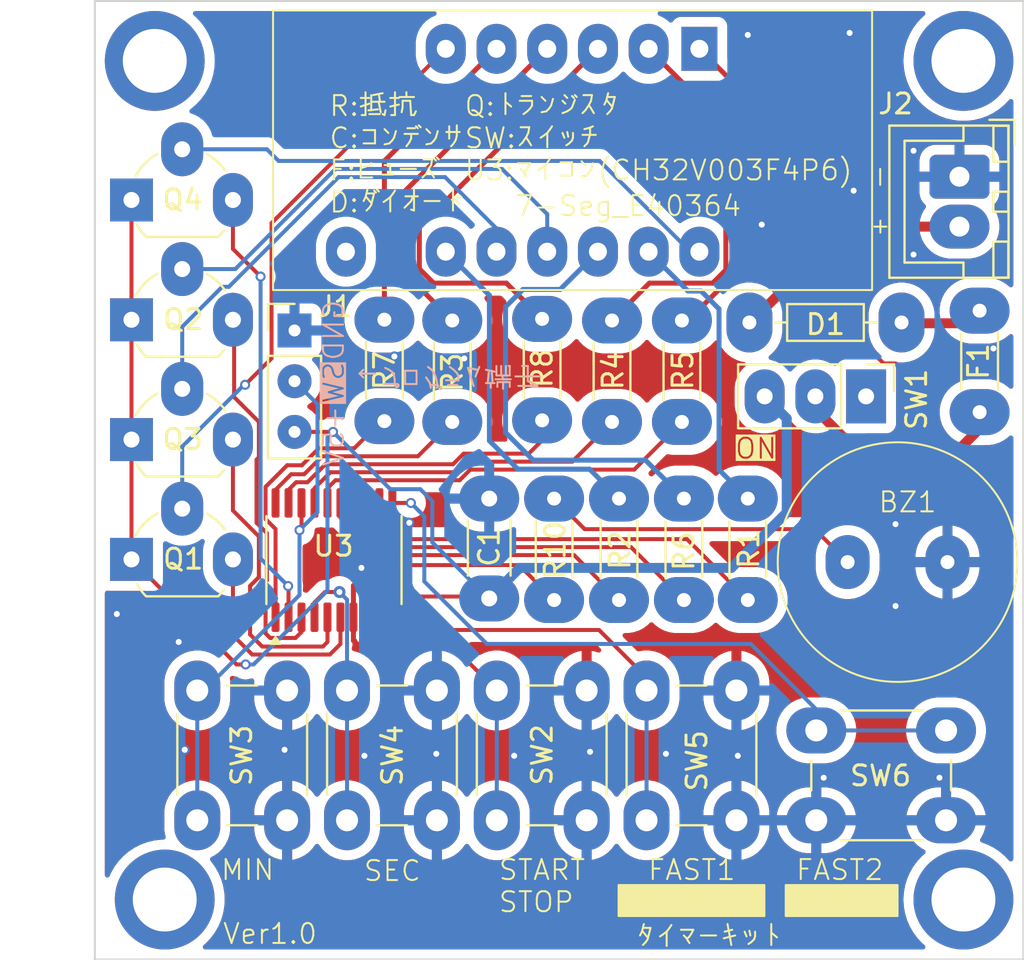
<source format=kicad_pcb>
(kicad_pcb (version 20240108) (generator "pcbnew") (generator_version "8.0")
  (layers (0 "F.Cu" signal) (31 "B.Cu" signal) (34 "B.Paste" user) (35 "F.Paste" user) (36 "B.SilkS" user "B.Silkscreen") (37 "F.SilkS" user "F.Silkscreen") (38 "B.Mask" user) (39 "F.Mask" user) (44 "Edge.Cuts" user))
  (net 0 "")
  (net 1 "GND")
  (net 2 "CA2")
  (net 3 "CA3")
  (net 4 "CA4")
  (net 5 "CA1")
  (net 6 "CA1_B")
  (net 7 "CA2_B")
  (net 8 "CA3_B")
  (net 9 "CA4_B")
  (net 10 "SEG_A")
  (net 11 "SEG_B")
  (net 12 "SEG_C")
  (net 13 "SEG_D")
  (net 14 "SEG_E")
  (net 15 "SEG_F")
  (net 16 "SEG_G")
  (net 17 "START{slash}STOP")
  (net 18 "MIN")
  (net 19 "SEC")
  (net 20 "FAST1")
  (net 21 "FAST2")
  (net 22 "+BATT")
  (net 23 "SEG_DOT")
  (net 26 "Net-(BZ1-+)")
  (net 27 "BUZZER")
  (net 28 "Net-(D1-K)")
  (net 29 "Net-(D1-A)")
  (net 30 "Net-(SW1-B)")
  (net 31 "Net-(U3-PD2{slash}A3)")
  (net 32 "Net-(U3-PC2{slash}SCL)")
  (net 33 "Net-(U3-PC3)")
  (net 34 "Net-(U3-PC7{slash}MISO)")
  (net 35 "Net-(U3-PC6{slash}MOSI)")
  (net 36 "Net-(U3-PC4{slash}A2)")
  (net 37 "Net-(U3-PD3{slash}A4)")
  (net 38 "Net-(U3-PD4{slash}A7{slash}UCK)")
  (footprint "yuki_lib:R_1_6W" (layer "F.Cu") (at 192.9 106 90)
    (property "Reference" "R8" (at 2.6 0 -90) (layer "F.SilkS"))
    (property "Value" "1k")
    (pad "1" thru_hole oval (at 0 0 90) (size 2.3 3) (drill 0.7) (layers "*.Cu" "*.Mask") (net 31 "Net-(U3-PD2{slash}A3)"))
    (pad "2" thru_hole oval (at 5.08 0 90) (size 2.3 3) (drill 0.7) (layers "*.Cu" "*.Mask") (net 23 "SEG_DOT"))
  )
  (footprint "yuki_lib:SW_PUSH_6mm" (layer "F.Cu") (at 198.13 126.03 90)
    (property "Reference" "SW5" (at 2.98 2.52 -90) (layer "F.SilkS"))
    (property "Value" "FAST1")
    (pad "1" thru_hole oval (at 0 0 180) (size 2.3 3) (drill 1.1) (layers "*.Cu" "*.Mask") (net 20 "FAST1"))
    (pad "1" thru_hole oval (at 6.5 0 180) (size 2.3 3) (drill 1.1) (layers "*.Cu" "*.Mask") (net 20 "FAST1"))
    (pad "2" thru_hole oval (at 0 4.5 180) (size 2.3 3) (drill 1.1) (layers "*.Cu" "*.Mask") (net 1 "GND"))
    (pad "2" thru_hole oval (at 6.5 4.5 180) (size 2.3 3) (drill 1.1) (layers "*.Cu" "*.Mask") (net 1 "GND"))
  )
  (footprint "yuki_lib:E40364-IFOW_DEKAI" (layer "F.Cu") (at 200.775 87.395 -90)
    (property "Reference" "U2" (hide yes))
    (property "Value" "E40364-IFOW" (hide yes))
    (fp_text user "7-Seg_E40364" (at 8.455 9.305 0) (layer "F.SilkS") (effects (font (thickness 0.1)) (justify left bottom)))
    (pad "1" thru_hole rect (at 0 0 90) (size 2.2 1.8) (drill 0.9) (layers "*.Cu" "*.Mask") (net 14 "SEG_E"))
    (pad "2" thru_hole oval (at 0 2.54 90) (size 2.5 2) (drill 0.9) (layers "*.Cu" "*.Mask") (net 13 "SEG_D"))
    (pad "3" thru_hole oval (at 0 5.08 90) (size 2.5 2) (drill 0.9) (layers "*.Cu" "*.Mask") (net 23 "SEG_DOT"))
    (pad "4" thru_hole oval (at 0 7.62 90) (size 2.5 2) (drill 0.9) (layers "*.Cu" "*.Mask") (net 12 "SEG_C"))
    (pad "5" thru_hole oval (at 0 10.16 90) (size 2.5 2) (drill 0.9) (layers "*.Cu" "*.Mask") (net 16 "SEG_G"))
    (pad "6" thru_hole oval (at 0 12.7 90) (size 2.5 2) (drill 0.9) (layers "*.Cu" "*.Mask") (net 4 "CA4"))
    (pad "7" thru_hole oval (at 10.16 12.7 90) (size 2.5 2) (drill 0.9) (layers "*.Cu" "*.Mask") (net 11 "SEG_B"))
    (pad "8" thru_hole oval (at 10.16 10.16 90) (size 2.5 2) (drill 0.9) (layers "*.Cu" "*.Mask") (net 3 "CA3"))
    (pad "9" thru_hole oval (at 10.16 7.62 90) (size 2.5 2) (drill 0.9) (layers "*.Cu" "*.Mask") (net 2 "CA2"))
    (pad "10" thru_hole oval (at 10.16 5.08 90) (size 2.5 2) (drill 0.9) (layers "*.Cu" "*.Mask") (net 15 "SEG_F"))
    (pad "11" thru_hole oval (at 10.16 2.54 90) (size 2.5 2) (drill 0.9) (layers "*.Cu" "*.Mask") (net 10 "SEG_A"))
    (pad "12" thru_hole oval (at 10.16 0 90) (size 2.5 2) (drill 0.9) (layers "*.Cu" "*.Mask") (net 5 "CA1"))
    (pad "13" thru_hole oval (at 10.16 17.7 90) (size 2.5 2) (drill 0.9) (layers "*.Cu" "*.Mask"))
  )
  (footprint "yuki_lib:R_1_6W" (layer "F.Cu") (at 188.4 106.08 90)
    (property "Reference" "R3" (at 2.48 0 -90) (layer "F.SilkS"))
    (property "Value" "1k")
    (pad "1" thru_hole oval (at 0 0 90) (size 2.3 3) (drill 0.7) (layers "*.Cu" "*.Mask") (net 37 "Net-(U3-PD3{slash}A4)"))
    (pad "2" thru_hole oval (at 5.08 0 90) (size 2.3 3) (drill 0.7) (layers "*.Cu" "*.Mask") (net 12 "SEG_C"))
  )
  (footprint "yuki_lib:R_1_4W" (layer "F.Cu") (at 210.9 101.1 180)
    (property "Reference" "D1" (at 3.81 -0.1 180) (layer "F.SilkS"))
    (property "Value" "1S4")
    (pad "1" thru_hole oval (at 0 0 180) (size 2.3 3) (drill 0.7) (layers "*.Cu" "*.Mask") (net 28 "Net-(D1-K)"))
    (pad "2" thru_hole oval (at 7.62 0 180) (size 2.3 3) (drill 0.7) (layers "*.Cu" "*.Mask") (net 29 "Net-(D1-A)"))
  )
  (footprint "yuki_lib:R_1_6W" (layer "F.Cu") (at 200 115 90)
    (property "Reference" "R6" (at 2.45 0 -90) (layer "F.SilkS"))
    (property "Value" "1k")
    (pad "1" thru_hole oval (at 0 0 90) (size 2.3 3) (drill 0.7) (layers "*.Cu" "*.Mask") (net 33 "Net-(U3-PC3)"))
    (pad "2" thru_hole oval (at 5.08 0 90) (size 2.3 3) (drill 0.7) (layers "*.Cu" "*.Mask") (net 15 "SEG_F"))
  )
  (footprint "yuki_lib:yuki_TO-92_Wide" (layer "F.Cu") (at 172.335 100.965)
    (property "Reference" "Q2" (at 2.59 -0.015 0) (layer "F.SilkS"))
    (property "Value" "DTA123E_Unisonic_TO92")
    (pad "1" thru_hole rect (at 0 0) (size 2.15 2.15) (drill 0.8) (layers "*.Cu" "*.Mask") (net 22 "+BATT"))
    (pad "2" thru_hole oval (at 2.54 -2.54) (size 2.1 2.7) (drill 0.8) (layers "*.Cu" "*.Mask") (net 2 "CA2"))
    (pad "3" thru_hole oval (at 5.08 0) (size 2 2.7) (drill 0.8) (layers "*.Cu" "*.Mask") (net 7 "CA2_B"))
  )
  (footprint "yuki_lib:PAD_3mm_5mm" (layer "F.Cu") (at 214 88)
    (property "Reference" "H2" (hide yes))
    (property "Value" "MountingHole" (hide yes))
    (pad "1" thru_hole circle (at 0 0) (size 5 5) (drill 3.2) (layers "*.Cu"))
  )
  (footprint "yuki_lib:yuki_TO-92_Wide" (layer "F.Cu") (at 172.335 112.965)
    (property "Reference" "Q1" (at 2.59 -0.015 0) (layer "F.SilkS"))
    (property "Value" "DTA123E_Unisonic_TO92")
    (pad "1" thru_hole rect (at 0 0) (size 2.15 2.15) (drill 0.8) (layers "*.Cu" "*.Mask") (net 22 "+BATT"))
    (pad "2" thru_hole oval (at 2.54 -2.54) (size 2.1 2.7) (drill 0.8) (layers "*.Cu" "*.Mask") (net 4 "CA4"))
    (pad "3" thru_hole oval (at 5.08 0) (size 2 2.7) (drill 0.8) (layers "*.Cu" "*.Mask") (net 9 "CA4_B"))
  )
  (footprint "yuki_lib:R_1_6W" (layer "F.Cu") (at 214.81 100.51 -90)
    (property "Reference" "F1" (at 2.54 0.06 90) (layer "F.SilkS"))
    (property "Value" "150mA")
    (pad "1" thru_hole oval (at 0 0 270) (size 2.3 3) (drill 0.7) (layers "*.Cu" "*.Mask") (net 28 "Net-(D1-K)"))
    (pad "2" thru_hole oval (at 5.08 0 270) (size 2.3 3) (drill 0.7) (layers "*.Cu" "*.Mask") (net 30 "Net-(SW1-B)"))
  )
  (footprint "yuki_lib:C_DISK_P5.0mm" (layer "F.Cu") (at 190.25 114.92 90)
    (property "Reference" "C1" (at 2.57 0 -90) (layer "F.SilkS"))
    (property "Value" "0.1u")
    (pad "1" thru_hole oval (at 0 0 90) (size 2.3 3) (drill 0.8) (layers "*.Cu" "*.Mask") (net 22 "+BATT"))
    (pad "2" thru_hole oval (at 5 0 90) (size 2.3 3) (drill 0.8) (layers "*.Cu" "*.Mask") (net 1 "GND"))
  )
  (footprint "yuki_lib:PAD_3mm_5mm" (layer "F.Cu") (at 173.5 88)
    (property "Reference" "H4" (hide yes))
    (property "Value" "MountingHole" (hide yes))
    (pad "1" thru_hole circle (at 0 0) (size 5 5) (drill 3.2) (layers "*.Cu"))
  )
  (footprint "yuki_lib:R_1_6W" (layer "F.Cu") (at 196.4 106.08 90)
    (property "Reference" "R4" (at 2.58 0.05 -90) (layer "F.SilkS"))
    (property "Value" "1k")
    (pad "1" thru_hole oval (at 0 0 90) (size 2.3 3) (drill 0.7) (layers "*.Cu" "*.Mask") (net 34 "Net-(U3-PC7{slash}MISO)"))
    (pad "2" thru_hole oval (at 5.08 0 90) (size 2.3 3) (drill 0.7) (layers "*.Cu" "*.Mask") (net 13 "SEG_D"))
  )
  (footprint "yuki_lib:PAD_3mm_5mm" (layer "F.Cu") (at 174 130)
    (property "Reference" "H1" (hide yes))
    (property "Value" "MountingHole" (hide yes))
    (pad "1" thru_hole circle (at 0 0) (size 5 5) (drill 3.2) (layers "*.Cu"))
  )
  (footprint "yuki_lib:JST_XH_B2B-XH-A_1x02_P2.50mm_Vertical" (layer "F.Cu") (at 213.8 93.8 -90)
    (property "Reference" "J2" (at -3.65 3.2 180) (layer "F.SilkS"))
    (property "Value" "Conn_01x02")
    (pad "1" thru_hole roundrect (at 0 0 270) (size 2.2 3) (drill 1) (layers "*.Cu" "*.Mask") (roundrect_rratio 0.147059) (net 1 "GND"))
    (pad "2" thru_hole oval (at 2.5 0 270) (size 2.2 3) (drill 1) (layers "*.Cu" "*.Mask") (net 29 "Net-(D1-A)"))
  )
  (footprint "yuki_lib:SW_PUSH_6mm" (layer "F.Cu") (at 190.63 126.03 90)
    (property "Reference" "SW2" (at 3.28 2.27 -90) (layer "F.SilkS"))
    (property "Value" "START/STOP")
    (pad "1" thru_hole oval (at 0 0 180) (size 2.3 3) (drill 1.1) (layers "*.Cu" "*.Mask") (net 17 "START{slash}STOP"))
    (pad "1" thru_hole oval (at 6.5 0 180) (size 2.3 3) (drill 1.1) (layers "*.Cu" "*.Mask") (net 17 "START{slash}STOP"))
    (pad "2" thru_hole oval (at 0 4.5 180) (size 2.3 3) (drill 1.1) (layers "*.Cu" "*.Mask") (net 1 "GND"))
    (pad "2" thru_hole oval (at 6.5 4.5 180) (size 2.3 3) (drill 1.1) (layers "*.Cu" "*.Mask") (net 1 "GND"))
  )
  (footprint "yuki_lib:R_1_6W" (layer "F.Cu") (at 185 106.04 90)
    (property "Reference" "R7" (at 2.54 0 -90) (layer "F.SilkS"))
    (property "Value" "1k")
    (pad "1" thru_hole oval (at 0 0 90) (size 2.3 3) (drill 0.7) (layers "*.Cu" "*.Mask") (net 38 "Net-(U3-PD4{slash}A7{slash}UCK)"))
    (pad "2" thru_hole oval (at 5.08 0 90) (size 2.3 3) (drill 0.7) (layers "*.Cu" "*.Mask") (net 16 "SEG_G"))
  )
  (footprint "Package_SO:TSSOP-20_4.4x6.5mm_P0.65mm" (layer "F.Cu") (at 182.475 113 90)
    (property "Reference" "U3" (at 0.7 -0.025 0) (layer "F.SilkS"))
    (property "Value" "CH32V003F4P6")
    (pad "1" smd roundrect (at -2.8625 -2.925 90) (size 1.475 0.4) (layers "F.Cu" "F.Paste" "F.Mask") (net 38 "Net-(U3-PD4{slash}A7{slash}UCK)"))
    (pad "2" smd roundrect (at -2.8625 -2.275 90) (size 1.475 0.4) (layers "F.Cu" "F.Paste" "F.Mask") (net 6 "CA1_B"))
    (pad "3" smd roundrect (at -2.8625 -1.625 90) (size 1.475 0.4) (layers "F.Cu" "F.Paste" "F.Mask") (net 7 "CA2_B"))
    (pad "4" smd roundrect (at -2.8625 -0.975 90) (size 1.475 0.4) (layers "F.Cu" "F.Paste" "F.Mask") (net 19 "SEC"))
    (pad "5" smd roundrect (at -2.8625 -0.325 90) (size 1.475 0.4) (layers "F.Cu" "F.Paste" "F.Mask") (net 8 "CA3_B"))
    (pad "6" smd roundrect (at -2.8625 0.325 90) (size 1.475 0.4) (layers "F.Cu" "F.Paste" "F.Mask") (net 9 "CA4_B"))
    (pad "7" smd roundrect (at -2.8625 0.975 90) (size 1.475 0.4) (layers "F.Cu" "F.Paste" "F.Mask") (net 1 "GND"))
    (pad "8" smd roundrect (at -2.8625 1.625 90) (size 1.475 0.4) (layers "F.Cu" "F.Paste" "F.Mask") (net 17 "START{slash}STOP"))
    (pad "9" smd roundrect (at -2.8625 2.275 90) (size 1.475 0.4) (layers "F.Cu" "F.Paste" "F.Mask") (net 22 "+BATT"))
    (pad "10" smd roundrect (at -2.8625 2.925 90) (size 1.475 0.4) (layers "F.Cu" "F.Paste" "F.Mask") (net 20 "FAST1"))
    (pad "11" smd roundrect (at 2.8625 2.925 90) (size 1.475 0.4) (layers "F.Cu" "F.Paste" "F.Mask") (net 21 "FAST2"))
    (pad "12" smd roundrect (at 2.8625 2.275 90) (size 1.475 0.4) (layers "F.Cu" "F.Paste" "F.Mask") (net 32 "Net-(U3-PC2{slash}SCL)"))
    (pad "13" smd roundrect (at 2.8625 1.625 90) (size 1.475 0.4) (layers "F.Cu" "F.Paste" "F.Mask") (net 33 "Net-(U3-PC3)"))
    (pad "14" smd roundrect (at 2.8625 0.975 90) (size 1.475 0.4) (layers "F.Cu" "F.Paste" "F.Mask") (net 36 "Net-(U3-PC4{slash}A2)"))
    (pad "15" smd roundrect (at 2.8625 0.325 90) (size 1.475 0.4) (layers "F.Cu" "F.Paste" "F.Mask") (net 27 "BUZZER"))
    (pad "16" smd roundrect (at 2.8625 -0.325 90) (size 1.475 0.4) (layers "F.Cu" "F.Paste" "F.Mask") (net 35 "Net-(U3-PC6{slash}MOSI)"))
    (pad "17" smd roundrect (at 2.8625 -0.975 90) (size 1.475 0.4) (layers "F.Cu" "F.Paste" "F.Mask") (net 34 "Net-(U3-PC7{slash}MISO)"))
    (pad "18" smd roundrect (at 2.8625 -1.625 90) (size 1.475 0.4) (layers "F.Cu" "F.Paste" "F.Mask") (net 18 "MIN"))
    (pad "19" smd roundrect (at 2.8625 -2.275 90) (size 1.475 0.4) (layers "F.Cu" "F.Paste" "F.Mask") (net 31 "Net-(U3-PD2{slash}A3)"))
    (pad "20" smd roundrect (at 2.8625 -2.925 90) (size 1.475 0.4) (layers "F.Cu" "F.Paste" "F.Mask") (net 37 "Net-(U3-PD3{slash}A4)"))
  )
  (footprint "yuki_lib:R_1_6W" (layer "F.Cu") (at 199.9 106.08 90)
    (property "Reference" "R5" (at 2.58 0.05 -90) (layer "F.SilkS"))
    (property "Value" "1k")
    (pad "1" thru_hole oval (at 0 0 90) (size 2.3 3) (drill 0.7) (layers "*.Cu" "*.Mask") (net 35 "Net-(U3-PC6{slash}MOSI)"))
    (pad "2" thru_hole oval (at 5.08 0 90) (size 2.3 3) (drill 0.7) (layers "*.Cu" "*.Mask") (net 14 "SEG_E"))
  )
  (footprint "yuki_lib:AKI_CERAMIC_BUZZER_PKM13EPYH4000-A0" (layer "F.Cu") (at 210.7 113.1)
    (property "Reference" "BZ1" (at 0.5 -3 0) (layer "F.SilkS") (effects (font (thickness 0.1))))
    (property "Value" "Buzzer")
    (pad "1" thru_hole oval (at -2.5 0) (size 2.2 2.7) (drill 0.7) (layers "*.Cu" "*.Mask") (net 26 "Net-(BZ1-+)"))
    (pad "2" thru_hole oval (at 2.5 0) (size 2.2 2.7) (drill 0.7) (layers "*.Cu" "*.Mask") (net 1 "GND"))
  )
  (footprint "yuki_lib:yuki_TO-92_Wide" (layer "F.Cu") (at 172.335 106.965)
    (property "Reference" "Q3" (at 2.565 -0.015 0) (layer "F.SilkS"))
    (property "Value" "DTA123E_Unisonic_TO92")
    (pad "1" thru_hole rect (at 0 0) (size 2.15 2.15) (drill 0.8) (layers "*.Cu" "*.Mask") (net 22 "+BATT"))
    (pad "2" thru_hole oval (at 2.54 -2.54) (size 2.1 2.7) (drill 0.8) (layers "*.Cu" "*.Mask") (net 3 "CA3"))
    (pad "3" thru_hole oval (at 5.08 0) (size 2 2.7) (drill 0.8) (layers "*.Cu" "*.Mask") (net 8 "CA3_B"))
  )
  (footprint "yuki_lib:PinHeader_1x03_Program" (layer "F.Cu") (at 180.5 101.5)
    (property "Reference" "J1" (at 2.05 -1.2 0) (layer "F.SilkS"))
    (property "Value" "Conn_01x03")
    (pad "1" thru_hole rect (at 0 0) (size 1.7 1.7) (drill 0.6) (layers "*.Cu" "*.Mask") (net 1 "GND"))
    (pad "2" thru_hole oval (at 0 2.54) (size 1.7 1.7) (drill 0.6) (layers "*.Cu" "*.Mask") (net 18 "MIN"))
    (pad "3" thru_hole oval (at 0 5.08) (size 1.7 1.7) (drill 0.6) (layers "*.Cu" "*.Mask") (net 22 "+BATT"))
  )
  (footprint "yuki_lib:SW_PUSH_6mm" (layer "F.Cu") (at 206.63 121.53)
    (property "Reference" "SW6" (at 3.22 2.27 0) (layer "F.SilkS"))
    (property "Value" "FAST2")
    (pad "1" thru_hole oval (at 0 0 90) (size 2.3 3) (drill 1.1) (layers "*.Cu" "*.Mask") (net 21 "FAST2"))
    (pad "1" thru_hole oval (at 6.5 0 90) (size 2.3 3) (drill 1.1) (layers "*.Cu" "*.Mask") (net 21 "FAST2"))
    (pad "2" thru_hole oval (at 0 4.5 90) (size 2.3 3) (drill 1.1) (layers "*.Cu" "*.Mask") (net 1 "GND"))
    (pad "2" thru_hole oval (at 6.5 4.5 90) (size 2.3 3) (drill 1.1) (layers "*.Cu" "*.Mask") (net 1 "GND"))
  )
  (footprint "yuki_lib:R_1_6W" (layer "F.Cu") (at 203.2 115 90)
    (property "Reference" "R1" (at 2.55 0.05 -90) (layer "F.SilkS"))
    (property "Value" "1k")
    (pad "1" thru_hole oval (at 0 0 90) (size 2.3 3) (drill 0.7) (layers "*.Cu" "*.Mask") (net 32 "Net-(U3-PC2{slash}SCL)"))
    (pad "2" thru_hole oval (at 5.08 0 90) (size 2.3 3) (drill 0.7) (layers "*.Cu" "*.Mask") (net 10 "SEG_A"))
  )
  (footprint "yuki_lib:R_1_6W" (layer "F.Cu") (at 196.75 115 90)
    (property "Reference" "R2" (at 2.5 0.05 -90) (layer "F.SilkS"))
    (property "Value" "1k")
    (pad "1" thru_hole oval (at 0 0 90) (size 2.3 3) (drill 0.7) (layers "*.Cu" "*.Mask") (net 36 "Net-(U3-PC4{slash}A2)"))
    (pad "2" thru_hole oval (at 5.08 0 90) (size 2.3 3) (drill 0.7) (layers "*.Cu" "*.Mask") (net 11 "SEG_B"))
  )
  (footprint "yuki_lib:R_1_6W" (layer "F.Cu") (at 193.5 115 90)
    (property "Reference" "R10" (at 2.5 0.05 -90) (layer "F.SilkS"))
    (property "Value" "1k")
    (pad "1" thru_hole oval (at 0 0 90) (size 2.3 3) (drill 0.7) (layers "*.Cu" "*.Mask") (net 27 "BUZZER"))
    (pad "2" thru_hole oval (at 5.08 0 90) (size 2.3 3) (drill 0.7) (layers "*.Cu" "*.Mask") (net 26 "Net-(BZ1-+)"))
  )
  (footprint "yuki_lib:PAD_3mm_5mm" (layer "F.Cu") (at 214 130)
    (property "Reference" "H3" (hide yes))
    (property "Value" "MountingHole" (hide yes))
    (pad "1" thru_hole circle (at 0 0) (size 5 5) (drill 3.2) (layers "*.Cu"))
  )
  (footprint "yuki_lib:SW_PUSH_6mm" (layer "F.Cu") (at 175.63 126.03 90)
    (property "Reference" "SW3" (at 3.25 2.22 -90) (layer "F.SilkS"))
    (property "Value" "MIN")
    (pad "1" thru_hole oval (at 0 0 180) (size 2.3 3) (drill 1.1) (layers "*.Cu" "*.Mask") (net 18 "MIN"))
    (pad "1" thru_hole oval (at 6.5 0 180) (size 2.3 3) (drill 1.1) (layers "*.Cu" "*.Mask") (net 18 "MIN"))
    (pad "2" thru_hole oval (at 0 4.5 180) (size 2.3 3) (drill 1.1) (layers "*.Cu" "*.Mask") (net 1 "GND"))
    (pad "2" thru_hole oval (at 6.5 4.5 180) (size 2.3 3) (drill 1.1) (layers "*.Cu" "*.Mask") (net 1 "GND"))
  )
  (footprint "yuki_lib:Yuki_Slide_Switch_P2.54" (layer "F.Cu") (at 209.125 104.8 -90)
    (property "Reference" "SW1" (at 0.15 -2.525 -90) (layer "F.SilkS"))
    (property "Value" "SW_SPDT")
    (pad "1" thru_hole rect (at 0 0 270) (size 2.7 2) (drill 0.8) (layers "*.Cu" "B.Mask"))
    (pad "2" thru_hole oval (at 0 2.54 270) (size 2.7 2) (drill 0.8) (layers "*.Cu" "B.Mask") (net 30 "Net-(SW1-B)"))
    (pad "3" thru_hole oval (at 0 5.08 270) (size 2.7 2) (drill 0.8) (layers "*.Cu" "B.Mask") (net 22 "+BATT"))
  )
  (footprint "yuki_lib:yuki_TO-92_Wide" (layer "F.Cu") (at 172.335 94.965)
    (property "Reference" "Q4" (at 2.565 -0.015 0) (layer "F.SilkS"))
    (property "Value" "DTA123E_Unisonic_TO92")
    (pad "1" thru_hole rect (at 0 0) (size 2.15 2.15) (drill 0.8) (layers "*.Cu" "*.Mask") (net 22 "+BATT"))
    (pad "2" thru_hole oval (at 2.54 -2.54) (size 2.1 2.7) (drill 0.8) (layers "*.Cu" "*.Mask") (net 5 "CA1"))
    (pad "3" thru_hole oval (at 5.08 0) (size 2 2.7) (drill 0.8) (layers "*.Cu" "*.Mask") (net 6 "CA1_B"))
  )
  (footprint "yuki_lib:SW_PUSH_6mm" (layer "F.Cu") (at 183.13 126.03 90)
    (property "Reference" "SW4" (at 3.25 2.27 -90) (layer "F.SilkS"))
    (property "Value" "SEC")
    (pad "1" thru_hole oval (at 0 0 180) (size 2.3 3) (drill 1.1) (layers "*.Cu" "*.Mask") (net 19 "SEC"))
    (pad "1" thru_hole oval (at 6.5 0 180) (size 2.3 3) (drill 1.1) (layers "*.Cu" "*.Mask") (net 19 "SEC"))
    (pad "2" thru_hole oval (at 0 4.5 180) (size 2.3 3) (drill 1.1) (layers "*.Cu" "*.Mask") (net 1 "GND"))
    (pad "2" thru_hole oval (at 6.5 4.5 180) (size 2.3 3) (drill 1.1) (layers "*.Cu" "*.Mask") (net 1 "GND"))
  )
  (gr_line (start 209.84 96.3) (end 210.14 96.3) (stroke (width 0.1)) (layer "F.SilkS"))
  (gr_line (start 209.84 96.3) (end 209.84 96.6) (stroke (width 0.1)) (layer "F.SilkS"))
  (gr_line (start 209.84 96) (end 209.84 96.3) (stroke (width 0.1)) (layer "F.SilkS"))
  (gr_line (start 209.83 93.41) (end 209.83 94.21) (stroke (width 0.1)) (layer "F.SilkS"))
  (gr_line (start 209.84 96.3) (end 209.54 96.3) (stroke (width 0.1)) (layer "F.SilkS"))
  (gr_rect (start 196.73 129.275) (end 204.03 130.825) (stroke (width 0.1)) (fill solid) (layer "F.SilkS"))
  (gr_rect (start 205.1 129.275) (end 210.7 130.825) (stroke (width 0.1)) (fill solid) (layer "F.SilkS"))
  (gr_rect (start 170.5 85) (end 217 133) (stroke (width 0.1)) (fill none) (layer "Edge.Cuts"))
  (gr_text "+5V\n" (at 183.05 105.2 90) (layer "B.SilkS") (effects (font (size 1 1) (thickness 0.1)) (justify left bottom mirror)))
  (gr_text "←プログラム端子" (at 183.45 103.15 180) (layer "B.SilkS") (effects (font (size 1 1) (thickness 0.1)) (justify left bottom mirror)))
  (gr_text "SW\n" (at 183.05 103 90) (layer "B.SilkS" knockout) (effects (font (size 1 1) (thickness 0.1)) (justify left bottom mirror)))
  (gr_text "GND\n" (at 183.05 99.9 90) (layer "B.SilkS") (effects (font (size 1 1) (thickness 0.1)) (justify left bottom mirror)))
  (gr_text "ON\n" (at 202.5 108 0) (layer "F.SilkS" knockout) (effects (font (size 1 1) (thickness 0.1)) (justify left bottom)))
  (gr_text "R:抵抗\nC:コンデンサ\nF:ヒューズ\nD:ダイオード" (at 182.18 95.67 0) (layer "F.SilkS") (effects (font (size 1 1) (thickness 0.1)) (justify left bottom)))
  (gr_text "MIN\n" (at 176.75 129.1 0) (layer "F.SilkS") (effects (font (size 1 1) (thickness 0.1)) (justify left bottom)))
  (gr_text "FAST2" (at 205.55 129.1 0) (layer "F.SilkS") (effects (font (size 1 1) (thickness 0.1)) (justify left bottom)))
  (gr_text "SEC\n" (at 183.901429 129.15 0) (layer "F.SilkS") (effects (font (size 1 1) (thickness 0.1)) (justify left bottom)))
  (gr_text "タイマーキット" (at 197.5 132.45 0) (layer "F.SilkS") (effects (font (size 1 1) (thickness 0.1)) (justify left bottom)))
  (gr_text "START\nSTOP\n" (at 190.663333 130.709944 0) (layer "F.SilkS") (effects (font (size 1 1) (thickness 0.1)) (justify left bottom)))
  (gr_text "\nVer1.0" (at 176.85 132.3 0) (layer "F.SilkS") (effects (font (size 1 1) (thickness 0.1)) (justify left bottom)))
  (gr_text "Q:トランジスタ\nSW:スイッチ\nU3:マイコン(CH32V003F4P6)" (at 188.95 94.060056 0) (layer "F.SilkS") (effects (font (size 1 1) (thickness 0.1)) (justify left bottom)))
  (gr_text "FAST1\n" (at 198.139524 129.1 0) (layer "F.SilkS") (effects (font (size 1 1) (thickness 0.1)) (justify left bottom)))
  (segment (start 209.2 102.35) (end 210 103.15) (width 0.2) (layer "F.Cu") (net 1))
  (segment (start 183.45 115.8625) (end 183.45 117.03) (width 0.25) (layer "F.Cu") (net 1))
  (segment (start 183.45 117.03) (end 184.15 117.73) (width 0.25) (layer "F.Cu") (net 1))
  (segment (start 210.6 103.15) (end 211.15 103.7) (width 0.2) (layer "F.Cu") (net 1))
  (segment (start 210 103.15) (end 210.6 103.15) (width 0.2) (layer "F.Cu") (net 1))
  (segment (start 183.45 115.8625) (end 183.45 114.28) (width 0.25) (layer "F.Cu") (net 1))
  (segment (start 183.45 114.28) (end 183.5 114.23) (width 0.25) (layer "F.Cu") (net 1))
  (via (at 180 122.5) (size 0.5) (drill 0.3) (layers "F.Cu" "B.Cu") (net 1))
  (via (at 187.6 122.7) (size 0.5) (drill 0.3) (layers "F.Cu" "B.Cu") (net 1))
  (via (at 203.9 96.2) (size 0.5) (drill 0.3) (layers "F.Cu" "B.Cu") (net 1))
  (via (at 208.5 94.5) (size 0.5) (drill 0.3) (layers "F.Cu" "B.Cu") (net 1))
  (via (at 202.7 122.8) (size 0.5) (drill 0.3) (layers "F.Cu" "B.Cu") (net 1))
  (via (at 175 122.5) (size 0.5) (drill 0.3) (layers "F.Cu" "B.Cu") (net 1))
  (via (at 215.5 102.4) (size 0.5) (drill 0.3) (layers "F.Cu" "B.Cu") (net 1))
  (via (at 212.8 123.9) (size 0.5) (drill 0.3) (layers "F.Cu" "B.Cu") (net 1))
  (via (at 210.6 115.3) (size 0.5) (drill 0.3) (layers "F.Cu" "B.Cu") (net 1))
  (via (at 207 123.9) (size 0.5) (drill 0.3) (layers "F.Cu" "B.Cu") (net 1))
  (via (at 191.5 122.8) (size 0.5) (drill 0.3) (layers "F.Cu" "B.Cu") (net 1))
  (via (at 199.1 122.7) (size 0.5) (drill 0.3) (layers "F.Cu" "B.Cu") (net 1))
  (via (at 210.6 111.2) (size 0.5) (drill 0.3) (layers "F.Cu" "B.Cu") (net 1))
  (via (at 184 122.8) (size 0.5) (drill 0.3) (layers "F.Cu" "B.Cu") (net 1))
  (via (at 183.85 113.39) (size 0.5) (drill 0.3) (layers "F.Cu" "B.Cu") (net 1))
  (via (at 203.2 86.7) (size 0.5) (drill 0.3) (layers "F.Cu" "B.Cu") (net 1))
  (via (at 171.6 115.7) (size 0.5) (drill 0.3) (layers "F.Cu" "B.Cu") (net 1))
  (via (at 174.7 117.1) (size 0.5) (drill 0.3) (layers "F.Cu" "B.Cu") (net 1))
  (via (at 195.3 122.6) (size 0.5) (drill 0.3) (layers "F.Cu" "B.Cu") (net 1))
  (via (at 208.3 86.6) (size 0.5) (drill 0.3) (layers "F.Cu" "B.Cu") (net 1))
  (via (at 211.5 97.7) (size 0.5) (drill 0.3) (layers "F.Cu" "B.Cu") (net 1))
  (via (at 186.25 111.13) (size 0.5) (drill 0.3) (layers "F.Cu" "B.Cu") (net 1))
  (via (at 185.5 102.8) (size 0.5) (drill 0.3) (layers "F.Cu" "B.Cu") (net 1))
  (via (at 211.5 92.5) (size 0.5) (drill 0.3) (layers "F.Cu" "B.Cu") (net 1))
  (via (at 189 102.9) (size 0.5) (drill 0.3) (layers "F.Cu" "B.Cu") (net 1))
  (segment (start 193.155 97.555) (end 193.155 95.675) (width 0.2) (layer "B.Cu") (net 2))
  (segment (start 193.155 95.675) (end 190.89 93.41) (width 0.2) (layer "B.Cu") (net 2))
  (segment (start 190.89 93.41) (end 182.55 93.41) (width 0.2) (layer "B.Cu") (net 2))
  (segment (start 174.875 98.425) (end 177.535 98.425) (width 0.2) (layer "B.Cu") (net 2))
  (segment (start 177.535 98.425) (end 182.55 93.41) (width 0.2) (layer "B.Cu") (net 2))
  (segment (start 176.876522 99.315) (end 174.875 101.316522) (width 0.2) (layer "B.Cu") (net 3))
  (segment (start 188.04 93.82) (end 182.705686 93.82) (width 0.2) (layer "B.Cu") (net 3))
  (segment (start 174.875 101.316522) (end 174.875 104.425) (width 0.2) (layer "B.Cu") (net 3))
  (segment (start 182.705686 93.82) (end 177.210686 99.315) (width 0.2) (layer "B.Cu") (net 3))
  (segment (start 177.210686 99.315) (end 176.876522 99.315) (width 0.2) (layer "B.Cu") (net 3))
  (segment (start 190.615 97.555) (end 190.615 96.395) (width 0.2) (layer "B.Cu") (net 3))
  (segment (start 190.615 96.395) (end 188.04 93.82) (width 0.2) (layer "B.Cu") (net 3))
  (segment (start 179.35 96.12) (end 188.075 87.395) (width 0.2) (layer "F.Cu") (net 4))
  (segment (start 179.35 102.895761) (end 179.35 96.12) (width 0.2) (layer "F.Cu") (net 4))
  (segment (start 178.025 104.220761) (end 179.35 102.895761) (width 0.2) (layer "F.Cu") (net 4))
  (via (at 178.025 104.220761) (size 0.5) (drill 0.3) (layers "F.Cu" "B.Cu") (net 4))
  (segment (start 174.875 107.316522) (end 174.875 110.425) (width 0.2) (layer "B.Cu") (net 4))
  (segment (start 177.970761 104.220761) (end 174.875 107.316522) (width 0.2) (layer "B.Cu") (net 4))
  (segment (start 178.025 104.220761) (end 177.970761 104.220761) (width 0.2) (layer "B.Cu") (net 4))
  (segment (start 200.323478 97.555) (end 200.775 97.555) (width 0.2) (layer "B.Cu") (net 5))
  (segment (start 179.7 93.01) (end 195.778478 93.01) (width 0.2) (layer "B.Cu") (net 5))
  (segment (start 195.778478 93.01) (end 200.323478 97.555) (width 0.2) (layer "B.Cu") (net 5))
  (segment (start 179.7 93.01) (end 179.115 92.425) (width 0.2) (layer "B.Cu") (net 5))
  (segment (start 179.115 92.425) (end 174.875 92.425) (width 0.2) (layer "B.Cu") (net 5))
  (segment (start 180.2 114.32) (end 180.18 114.3) (width 0.2) (layer "F.Cu") (net 6))
  (segment (start 178.8 98.8) (end 177.415 97.415) (width 0.2) (layer "F.Cu") (net 6))
  (segment (start 180.2 115.8625) (end 180.2 114.32) (width 0.2) (layer "F.Cu") (net 6))
  (segment (start 180.2 115.8625) (end 180.2 116.35) (width 0.2) (layer "F.Cu") (net 6))
  (segment (start 177.415 97.415) (end 177.415 94.965) (width 0.2) (layer "F.Cu") (net 6))
  (via (at 178.8 98.8) (size 0.5) (drill 0.3) (layers "F.Cu" "B.Cu") (net 6))
  (via (at 180.18 114.3) (size 0.5) (drill 0.3) (layers "F.Cu" "B.Cu") (net 6))
  (segment (start 180.18 114.3) (end 180.14 114.34) (width 0.2) (layer "B.Cu") (net 6))
  (segment (start 180.18 114.3) (end 178.8 112.92) (width 0.2) (layer "B.Cu") (net 6))
  (segment (start 178.8 112.92) (end 178.8 98.8) (width 0.2) (layer "B.Cu") (net 6))
  (segment (start 178.596739 111.131053) (end 178.596739 107.971739) (width 0.2) (layer "F.Cu") (net 7))
  (segment (start 180.85 116.599999) (end 180.549999 116.9) (width 0.2) (layer "F.Cu") (net 7))
  (segment (start 179.05 116.668456) (end 179.05 114.084164) (width 0.2) (layer "F.Cu") (net 7))
  (segment (start 177.475 101.025) (end 177.415 100.965) (width 0.2) (layer "F.Cu") (net 7))
  (segment (start 180.549999 116.9) (end 179.281544 116.9) (width 0.2) (layer "F.Cu") (net 7))
  (segment (start 178.715 106.076522) (end 177.475 104.836522) (width 0.2) (layer "F.Cu") (net 7))
  (segment (start 178.596739 107.971739) (end 178.715 107.853478) (width 0.2) (layer "F.Cu") (net 7))
  (segment (start 177.475 104.836522) (end 177.475 101.025) (width 0.2) (layer "F.Cu") (net 7))
  (segment (start 180.85 115.8625) (end 180.85 116.599999) (width 0.2) (layer "F.Cu") (net 7))
  (segment (start 179.05 114.084164) (end 179.115 114.019163) (width 0.2) (layer "F.Cu") (net 7))
  (segment (start 179.115 114.019163) (end 179.115 111.649314) (width 0.2) (layer "F.Cu") (net 7))
  (segment (start 178.715 107.853478) (end 178.715 106.076522) (width 0.2) (layer "F.Cu") (net 7))
  (segment (start 179.115 111.649314) (end 178.596739 111.131053) (width 0.2) (layer "F.Cu") (net 7))
  (segment (start 179.281544 116.9) (end 179.05 116.668456) (width 0.2) (layer "F.Cu") (net 7))
  (segment (start 181.92 117.33) (end 182.15 117.1) (width 0.2) (layer "F.Cu") (net 8))
  (segment (start 177.415 110.515) (end 178.715 111.815) (width 0.2) (layer "F.Cu") (net 8))
  (segment (start 178.275 114.293478) (end 178.275 116.725) (width 0.2) (layer "F.Cu") (net 8))
  (segment (start 178.88 117.33) (end 181.92 117.33) (width 0.2) (layer "F.Cu") (net 8))
  (segment (start 178.275 116.725) (end 178.88 117.33) (width 0.2) (layer "F.Cu") (net 8))
  (segment (start 178.715 113.853478) (end 178.275 114.293478) (width 0.2) (layer "F.Cu") (net 8))
  (segment (start 178.715 111.815) (end 178.715 113.853478) (width 0.2) (layer "F.Cu") (net 8))
  (segment (start 177.415 106.965) (end 177.415 110.515) (width 0.2) (layer "F.Cu") (net 8))
  (segment (start 182.15 117.1) (end 182.15 115.8625) (width 0.2) (layer "F.Cu") (net 8))
  (segment (start 182.8 117.2) (end 182.8 115.8625) (width 0.2) (layer "F.Cu") (net 9))
  (segment (start 178.38 117.73) (end 182.27 117.73) (width 0.2) (layer "F.Cu") (net 9))
  (segment (start 177.415 116.765) (end 178.38 117.73) (width 0.2) (layer "F.Cu") (net 9))
  (segment (start 177.415 112.965) (end 177.415 116.765) (width 0.2) (layer "F.Cu") (net 9))
  (segment (start 182.27 117.73) (end 182.8 117.2) (width 0.2) (layer "F.Cu") (net 9))
  (segment (start 201.76 108.48) (end 203.2 109.92) (width 0.25) (layer "B.Cu") (net 10))
  (segment (start 200.860965 99.525) (end 201.76 100.424035) (width 0.25) (layer "B.Cu") (net 10))
  (segment (start 201.76 100.424035) (end 201.76 108.48) (width 0.25) (layer "B.Cu") (net 10))
  (segment (start 200.205 99.525) (end 200.860965 99.525) (width 0.25) (layer "B.Cu") (net 10))
  (segment (start 198.235 97.555) (end 200.205 99.525) (width 0.25) (layer "B.Cu") (net 10))
  (segment (start 190.26 99.74) (end 190.26 107.02) (width 0.25) (layer "B.Cu") (net 11))
  (segment (start 195.275 108.445) (end 196.75 109.92) (width 0.25) (layer "B.Cu") (net 11))
  (segment (start 191.685 108.445) (end 195.275 108.445) (width 0.25) (layer "B.Cu") (net 11))
  (segment (start 188.075 97.555) (end 190.26 99.74) (width 0.25) (layer "B.Cu") (net 11))
  (segment (start 190.26 107.02) (end 191.685 108.445) (width 0.25) (layer "B.Cu") (net 11))
  (segment (start 185.53 95.02) (end 193.155 87.395) (width 0.25) (layer "F.Cu") (net 12))
  (segment (start 188.4 101) (end 185.53 98.13) (width 0.25) (layer "F.Cu") (net 12))
  (segment (start 185.53 98.13) (end 185.53 95.02) (width 0.25) (layer "F.Cu") (net 12))
  (segment (start 196.4 101) (end 198.27 99.13) (width 0.25) (layer "F.Cu") (net 13))
  (segment (start 201.44 99.13) (end 202.1 98.47) (width 0.25) (layer "F.Cu") (net 13))
  (segment (start 202.1 91.26) (end 198.235 87.395) (width 0.25) (layer "F.Cu") (net 13))
  (segment (start 202.1 98.47) (end 202.1 91.26) (width 0.25) (layer "F.Cu") (net 13))
  (segment (start 198.27 99.13) (end 201.44 99.13) (width 0.25) (layer "F.Cu") (net 13))
  (segment (start 199.9 101) (end 200.206396 101) (width 0.25) (layer "F.Cu") (net 14))
  (segment (start 200.206396 101) (end 202.55 98.656396) (width 0.25) (layer "F.Cu") (net 14))
  (segment (start 202.55 89.17) (end 200.775 87.395) (width 0.25) (layer "F.Cu") (net 14))
  (segment (start 202.55 98.656396) (end 202.55 89.17) (width 0.25) (layer "F.Cu") (net 14))
  (segment (start 193.805 99.445) (end 191.939035 99.445) (width 0.25) (layer "B.Cu") (net 15))
  (segment (start 198.075 107.995) (end 200 109.92) (width 0.25) (layer "B.Cu") (net 15))
  (segment (start 195.695 97.555) (end 193.805 99.445) (width 0.25) (layer "B.Cu") (net 15))
  (segment (start 191.068198 106.613198) (end 192.45 107.995) (width 0.25) (layer "B.Cu") (net 15))
  (segment (start 192.45 107.995) (end 198.075 107.995) (width 0.25) (layer "B.Cu") (net 15))
  (segment (start 191.939035 99.445) (end 191.068198 100.315837) (width 0.25) (layer "B.Cu") (net 15))
  (segment (start 191.068198 100.315837) (end 191.068198 106.613198) (width 0.25) (layer "B.Cu") (net 15))
  (segment (start 185 93.01) (end 190.615 87.395) (width 0.25) (layer "F.Cu") (net 16))
  (segment (start 185 100.96) (end 185 93.01) (width 0.25) (layer "F.Cu") (net 16))
  (segment (start 184.1 115.8625) (end 184.1 116.599999) (width 0.2) (layer "F.Cu") (net 17))
  (segment (start 184.1 116.599999) (end 184.500001 117) (width 0.2) (layer "F.Cu") (net 17))
  (segment (start 184.500001 117) (end 188.1 117) (width 0.2) (layer "F.Cu") (net 17))
  (segment (start 188.1 117) (end 190.63 119.53) (width 0.2) (layer "F.Cu") (net 17))
  (segment (start 190.63 119.53) (end 190.63 126.03) (width 0.2) (layer "B.Cu") (net 17))
  (segment (start 180.85 111.4) (end 180.75 111.5) (width 0.2) (layer "F.Cu") (net 18))
  (segment (start 180.85 110.1375) (end 180.85 111.4) (width 0.2) (layer "F.Cu") (net 18))
  (via (at 180.75 111.5) (size 0.5) (drill 0.3) (layers "F.Cu" "B.Cu") (net 18))
  (segment (start 181.65 105.19) (end 180.5 104.04) (width 0.2) (layer "B.Cu") (net 18))
  (segment (start 175.63 119.53) (end 175.63 126.03) (width 0.2) (layer "B.Cu") (net 18))
  (segment (start 180.75 114.75) (end 175.97 119.53) (width 0.2) (layer "B.Cu") (net 18))
  (segment (start 180.75 111.5) (end 180.75 114.75) (width 0.2) (layer "B.Cu") (net 18))
  (segment (start 180.75 111.5) (end 181.65 110.6) (width 0.2) (layer "B.Cu") (net 18))
  (segment (start 181.65 110.6) (end 181.65 105.19) (width 0.2) (layer "B.Cu") (net 18))
  (segment (start 175.97 119.53) (end 175.63 119.53) (width 0.2) (layer "B.Cu") (net 18))
  (segment (start 181.5 115.8625) (end 181.5 115.125001) (width 0.2) (layer "F.Cu") (net 19))
  (segment (start 182.8 119.2) (end 183.13 119.53) (width 0.2) (layer "F.Cu") (net 19))
  (segment (start 181.5 115.125001) (end 182.025001 114.6) (width 0.2) (layer "F.Cu") (net 19))
  (segment (start 182.025001 114.6) (end 182.75 114.6) (width 0.2) (layer "F.Cu") (net 19))
  (via (at 182.75 114.6) (size 0.6) (drill 0.3) (layers "F.Cu" "B.Cu") (net 19))
  (segment (start 182.75 114.6) (end 183.13 114.98) (width 0.2) (layer "B.Cu") (net 19))
  (segment (start 183.13 119.53) (end 183.13 126.03) (width 0.2) (layer "B.Cu") (net 19))
  (segment (start 183.13 114.98) (end 183.13 119.53) (width 0.2) (layer "B.Cu") (net 19))
  (segment (start 195.75 116.5) (end 198.13 118.88) (width 0.2) (layer "F.Cu") (net 20))
  (segment (start 198.13 118.88) (end 198.13 119.53) (width 0.2) (layer "F.Cu") (net 20))
  (segment (start 185.4 115.8625) (end 186.0375 116.5) (width 0.2) (layer "F.Cu") (net 20))
  (segment (start 186.0375 116.5) (end 195.75 116.5) (width 0.2) (layer "F.Cu") (net 20))
  (segment (start 198.13 119.53) (end 198.13 126.03) (width 0.2) (layer "B.Cu") (net 20))
  (segment (start 186.3275 110.1375) (end 185.4 110.1375) (width 0.2) (layer "F.Cu") (net 21))
  (via (at 186.3275 110.1375) (size 0.5) (drill 0.3) (layers "F.Cu" "B.Cu") (net 21))
  (segment (start 206.63 121.53) (end 213.13 121.53) (width 0.2) (layer "B.Cu") (net 21))
  (segment (start 206.63 120.47939) (end 206.63 121.53) (width 0.2) (layer "B.Cu") (net 21))
  (segment (start 187 114.07061) (end 190.12939 117.2) (width 0.2) (layer "B.Cu") (net 21))
  (segment (start 187 110.81) (end 187 114.07061) (width 0.2) (layer "B.Cu") (net 21))
  (segment (start 186.3275 110.1375) (end 187 110.81) (width 0.2) (layer "B.Cu") (net 21))
  (segment (start 203.35061 117.2) (end 206.63 120.47939) (width 0.2) (layer "B.Cu") (net 21))
  (segment (start 190.12939 117.2) (end 203.35061 117.2) (width 0.2) (layer "B.Cu") (net 21))
  (segment (start 172.335 94.965) (end 172.335 112.965) (width 0.2) (layer "F.Cu") (net 22))
  (segment (start 190.25 114.92) (end 190.155 114.825) (width 0.2) (layer "F.Cu") (net 22))
  (segment (start 190.155 114.825) (end 185.050001 114.825) (width 0.2) (layer "F.Cu") (net 22))
  (segment (start 185.050001 114.825) (end 184.75 115.125001) (width 0.2) (layer "F.Cu") (net 22))
  (segment (start 180.5 106.58) (end 182.43 106.58) (width 0.2) (layer "F.Cu") (net 22))
  (segment (start 184.75 115.125001) (end 184.75 115.8625) (width 0.2) (layer "F.Cu") (net 22))
  (segment (start 177.596409 118.226409) (end 172.335 112.965) (width 0.2) (layer "F.Cu") (net 22))
  (segment (start 178.051409 118.226409) (end 177.596409 118.226409) (width 0.2) (layer "F.Cu") (net 22))
  (via (at 182.43 106.58) (size 0.5) (drill 0.3) (layers "F.Cu" "B.Cu") (net 22))
  (via (at 178.051409 118.226409) (size 0.5) (drill 0.3) (layers "F.Cu" "B.Cu") (net 22))
  (segment (start 185.3 109.45) (end 186.8 109.45) (width 0.2) (layer "B.Cu") (net 22))
  (segment (start 178.051409 118.226409) (end 178.448591 118.226409) (width 0.2) (layer "B.Cu") (net 22))
  (segment (start 190.21 114.92) (end 190.25 114.92) (width 0.2) (layer "B.Cu") (net 22))
  (segment (start 187.4 110.05) (end 187.4 112.11) (width 0.2) (layer "B.Cu") (net 22))
  (segment (start 191.78 113.39) (end 190.25 114.92) (width 0.5) (layer "B.Cu") (net 22))
  (segment (start 182.15 106.86) (end 182.43 106.58) (width 0.2) (layer "B.Cu") (net 22))
  (segment (start 202.38 113.39) (end 191.78 113.39) (width 0.5) (layer "B.Cu") (net 22))
  (segment (start 204.045 104.8) (end 205.15 105.905) (width 0.5) (layer "B.Cu") (net 22))
  (segment (start 178.448591 118.226409) (end 182.15 114.525) (width 0.2) (layer "B.Cu") (net 22))
  (segment (start 182.43 106.58) (end 185.3 109.45) (width 0.2) (layer "B.Cu") (net 22))
  (segment (start 186.8 109.45) (end 187.4 110.05) (width 0.2) (layer "B.Cu") (net 22))
  (segment (start 205.15 110.62) (end 202.38 113.39) (width 0.5) (layer "B.Cu") (net 22))
  (segment (start 187.4 112.11) (end 190.21 114.92) (width 0.2) (layer "B.Cu") (net 22))
  (segment (start 205.15 105.905) (end 205.15 110.62) (width 0.5) (layer "B.Cu") (net 22))
  (segment (start 182.15 114.525) (end 182.15 106.86) (width 0.2) (layer "B.Cu") (net 22))
  (segment (start 191.11 99.13) (end 187.47 99.13) (width 0.25) (layer "F.Cu") (net 23))
  (segment (start 186.75 96.34) (end 195.695 87.395) (width 0.25) (layer "F.Cu") (net 23))
  (segment (start 186.75 98.41) (end 186.75 96.34) (width 0.25) (layer "F.Cu") (net 23))
  (segment (start 187.47 99.13) (end 186.75 98.41) (width 0.25) (layer "F.Cu") (net 23))
  (segment (start 192.9 100.92) (end 191.11 99.13) (width 0.25) (layer "F.Cu") (net 23))
  (segment (start 193.5 109.92) (end 195.03 111.45) (width 0.2) (layer "F.Cu") (net 26))
  (segment (start 206.55 111.45) (end 208.2 113.1) (width 0.2) (layer "F.Cu") (net 26))
  (segment (start 195.03 111.45) (end 206.55 111.45) (width 0.2) (layer "F.Cu") (net 26))
  (segment (start 182.8 110.874999) (end 185.175001 113.25) (width 0.2) (layer "F.Cu") (net 27))
  (segment (start 182.8 110.1375) (end 182.8 110.874999) (width 0.2) (layer "F.Cu") (net 27))
  (segment (start 185.175001 113.25) (end 191.75 113.25) (width 0.2) (layer "F.Cu") (net 27))
  (segment (start 191.75 113.25) (end 193.5 115) (width 0.2) (layer "F.Cu") (net 27))
  (segment (start 214.18 101.14) (end 214.81 100.51) (width 0.5) (layer "F.Cu") (net 28))
  (segment (start 210.9 101.1) (end 210.94 101.14) (width 0.5) (layer "F.Cu") (net 28))
  (segment (start 210.94 101.14) (end 214.18 101.14) (width 0.5) (layer "F.Cu") (net 28))
  (segment (start 203.34 101.1) (end 203.28 101.1) (width 0.5) (layer "F.Cu") (net 29))
  (segment (start 208.14 96.3) (end 203.34 101.1) (width 0.5) (layer "F.Cu") (net 29))
  (segment (start 213.8 96.3) (end 208.14 96.3) (width 0.5) (layer "F.Cu") (net 29))
  (segment (start 208.87 107.73) (end 206.585 105.445) (width 0.5) (layer "F.Cu") (net 30))
  (segment (start 214.81 105.59) (end 214.81 106.42) (width 0.5) (layer "F.Cu") (net 30))
  (segment (start 213.5 107.73) (end 208.87 107.73) (width 0.5) (layer "F.Cu") (net 30))
  (segment (start 206.585 105.445) (end 206.585 104.8) (width 0.5) (layer "F.Cu") (net 30))
  (segment (start 214.81 106.42) (end 213.5 107.73) (width 0.5) (layer "F.Cu") (net 30))
  (segment (start 180.2 110.1375) (end 180.2 109.481544) (width 0.2) (layer "F.Cu") (net 31))
  (segment (start 180.2 109.481544) (end 180.581544 109.1) (width 0.2) (layer "F.Cu") (net 31))
  (segment (start 182.05 108.2) (end 188.438019 108.2) (width 0.2) (layer "F.Cu") (net 31))
  (segment (start 192.23 107.67) (end 192.9 107) (width 0.2) (layer "F.Cu") (net 31))
  (segment (start 181.15 109.1) (end 182.05 108.2) (width 0.2) (layer "F.Cu") (net 31))
  (segment (start 188.438019 108.2) (end 188.96802 107.67) (width 0.2) (layer "F.Cu") (net 31))
  (segment (start 180.581544 109.1) (end 181.15 109.1) (width 0.2) (layer "F.Cu") (net 31))
  (segment (start 192.9 107) (end 192.9 106) (width 0.2) (layer "F.Cu") (net 31))
  (segment (start 188.96802 107.67) (end 192.23 107.67) (width 0.2) (layer "F.Cu") (net 31))
  (segment (start 200.15 111.95) (end 185.906544 111.95) (width 0.2) (layer "F.Cu") (net 32))
  (segment (start 185.906544 111.95) (end 184.75 110.793456) (width 0.2) (layer "F.Cu") (net 32))
  (segment (start 184.75 110.793456) (end 184.75 110.1375) (width 0.2) (layer "F.Cu") (net 32))
  (segment (start 203.2 115) (end 200.15 111.95) (width 0.2) (layer "F.Cu") (net 32))
  (segment (start 184.1 110.874999) (end 185.575001 112.35) (width 0.2) (layer "F.Cu") (net 33))
  (segment (start 197.35 112.35) (end 200 115) (width 0.2) (layer "F.Cu") (net 33))
  (segment (start 184.1 110.1375) (end 184.1 110.874999) (width 0.2) (layer "F.Cu") (net 33))
  (segment (start 185.575001 112.35) (end 197.35 112.35) (width 0.2) (layer "F.Cu") (net 33))
  (segment (start 181.5 109.400001) (end 182.300001 108.6) (width 0.2) (layer "F.Cu") (net 34))
  (segment (start 182.300001 108.6) (end 188.603704 108.6) (width 0.2) (layer "F.Cu") (net 34))
  (segment (start 181.5 110.1375) (end 181.5 109.400001) (width 0.2) (layer "F.Cu") (net 34))
  (segment (start 188.603704 108.6) (end 189.133705 108.07) (width 0.2) (layer "F.Cu") (net 34))
  (segment (start 194.41 108.07) (end 196.4 106.08) (width 0.2) (layer "F.Cu") (net 34))
  (segment (start 189.133705 108.07) (end 194.41 108.07) (width 0.2) (layer "F.Cu") (net 34))
  (segment (start 182.15 109.400001) (end 182.550001 109) (width 0.2) (layer "F.Cu") (net 35))
  (segment (start 182.550001 109) (end 188.76939 109) (width 0.2) (layer "F.Cu") (net 35))
  (segment (start 197.51 108.47) (end 199.9 106.08) (width 0.2) (layer "F.Cu") (net 35))
  (segment (start 188.76939 109) (end 189.29939 108.47) (width 0.2) (layer "F.Cu") (net 35))
  (segment (start 189.29939 108.47) (end 197.51 108.47) (width 0.2) (layer "F.Cu") (net 35))
  (segment (start 182.15 110.1375) (end 182.15 109.400001) (width 0.2) (layer "F.Cu") (net 35))
  (segment (start 183.45 110.874999) (end 183.45 110.1375) (width 0.2) (layer "F.Cu") (net 36))
  (segment (start 185.325001 112.75) (end 183.45 110.874999) (width 0.2) (layer "F.Cu") (net 36))
  (segment (start 196.75 115) (end 194.5 112.75) (width 0.2) (layer "F.Cu") (net 36))
  (segment (start 194.5 112.75) (end 185.325001 112.75) (width 0.2) (layer "F.Cu") (net 36))
  (segment (start 181.884315 107.8) (end 186.68 107.8) (width 0.2) (layer "F.Cu") (net 37))
  (segment (start 180.984315 108.7) (end 181.884315 107.8) (width 0.2) (layer "F.Cu") (net 37))
  (segment (start 179.55 109.481544) (end 180.331544 108.7) (width 0.2) (layer "F.Cu") (net 37))
  (segment (start 179.55 110.1375) (end 179.55 109.481544) (width 0.2) (layer "F.Cu") (net 37))
  (segment (start 180.331544 108.7) (end 180.984315 108.7) (width 0.2) (layer "F.Cu") (net 37))
  (segment (start 186.68 107.8) (end 188.4 106.08) (width 0.2) (layer "F.Cu") (net 37))
  (segment (start 185 106.04) (end 184.85 106.04) (width 0.2) (layer "F.Cu") (net 38))
  (segment (start 183.49 107.4) (end 181.718629 107.4) (width 0.2) (layer "F.Cu") (net 38))
  (segment (start 179.05 110.943456) (end 179.55 111.443456) (width 0.2) (layer "F.Cu") (net 38))
  (segment (start 184.85 106.04) (end 183.49 107.4) (width 0.2) (layer "F.Cu") (net 38))
  (segment (start 180.868629 108.25) (end 180.131544 108.25) (width 0.2) (layer "F.Cu") (net 38))
  (segment (start 179.55 111.443456) (end 179.55 115.8625) (width 0.2) (layer "F.Cu") (net 38))
  (segment (start 181.718629 107.4) (end 180.868629 108.25) (width 0.2) (layer "F.Cu") (net 38))
  (segment (start 179.05 109.331544) (end 179.05 110.943456) (width 0.2) (layer "F.Cu") (net 38))
  (segment (start 180.131544 108.25) (end 179.05 109.331544) (width 0.2) (layer "F.Cu") (net 38))
  (zone (net 0) (net_name "") (layer "F.Cu") (connect_pads (clearance 0)) (min_thickness 0.25)
    (keepout (tracks allowed) (vias allowed) (pads allowed) (copperpour not_allowed) (footprints allowed))
    (fill (thermal_gap 0.5) (thermal_bridge_width 0.5))
    (polygon (pts (xy 188.68 113.78) (xy 188.38 114.42) (xy 184.34 114.68) (xy 184.34 113.09) (xy 185.53 113.55) (xy 188.48 113.66)))
  )
  (zone (net 0) (net_name "") (layer "F.Cu") (connect_pads (clearance 0)) (min_thickness 0.25)
    (keepout (tracks allowed) (vias allowed) (pads allowed) (copperpour not_allowed) (footprints allowed))
    (fill (thermal_gap 0.5) (thermal_bridge_width 0.5))
    (polygon (pts (xy 179.4 111.3) (xy 180.9 111.3) (xy 180.9 114.6) (xy 179.5 113.8)))
  )
  (zone (net 0) (net_name "") (layer "F.Cu") (connect_pads (clearance 0)) (min_thickness 0.25)
    (keepout (tracks allowed) (vias allowed) (pads allowed) (copperpour not_allowed) (footprints allowed))
    (fill (thermal_gap 0.5) (thermal_bridge_width 0.5))
    (polygon (pts (xy 187.1 88.7) (xy 188.1 89) (xy 184.6 93) (xy 184.4 99.5) (xy 179.3 99.6) (xy 179.1 95.4) (xy 186.6 88.5)))
  )
  (zone (net 1) (net_name "GND") (layers "F&B.Cu") (connect_pads (clearance 0.5)) (min_thickness 0.25) (fill yes (thermal_gap 0.5) (thermal_bridge_width 0.5))
    (polygon (pts (xy 170.5 85) (xy 217 85) (xy 217 133) (xy 170.5 133)))
  )
  (zone (net 0) (net_name "") (layer "B.Cu") (connect_pads (clearance 0)) (min_thickness 0.25)
    (keepout (tracks allowed) (vias allowed) (pads allowed) (copperpour not_allowed) (footprints allowed))
    (fill (thermal_gap 0.5) (thermal_bridge_width 0.5))
    (polygon (pts (xy 184.2 106.9) (xy 189.6 107) (xy 187.5 109.7) (xy 184.7 109.4)))
  )
  (zone (net 0) (net_name "") (layer "B.Cu") (connect_pads (clearance 0)) (min_thickness 0.25)
    (keepout (tracks allowed) (vias allowed) (pads allowed) (copperpour not_allowed) (footprints allowed))
    (fill (thermal_gap 0.5) (thermal_bridge_width 0.5))
    (polygon (pts (xy 203.5 110.9) (xy 191.6 110.9) (xy 191.6 113) (xy 202.8 113.5)))
  )
)
</source>
